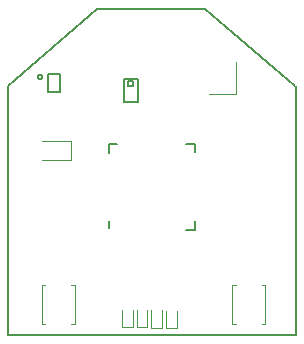
<source format=gto>
G04 #@! TF.GenerationSoftware,KiCad,Pcbnew,no-vcs-found-96b3286~58~ubuntu16.10.1*
G04 #@! TF.CreationDate,2017-03-05T12:49:51+01:00*
G04 #@! TF.ProjectId,cc2538module,6363323533386D6F64756C652E6B6963,rev?*
G04 #@! TF.FileFunction,Legend,Top*
G04 #@! TF.FilePolarity,Positive*
%FSLAX46Y46*%
G04 Gerber Fmt 4.6, Leading zero omitted, Abs format (unit mm)*
G04 Created by KiCad (PCBNEW no-vcs-found-96b3286~58~ubuntu16.10.1) date Sun Mar  5 12:49:51 2017*
%MOMM*%
%LPD*%
G01*
G04 APERTURE LIST*
%ADD10C,0.150000*%
%ADD11C,0.120000*%
G04 APERTURE END LIST*
D10*
X78414174Y-78885224D02*
X102794174Y-78885224D01*
X102794174Y-78885224D02*
X102794174Y-57805224D01*
X102694174Y-57805224D02*
X95104174Y-51275224D01*
X95104174Y-51275224D02*
X85904174Y-51275224D01*
X85904174Y-51275224D02*
X78414174Y-57805224D01*
X78414174Y-57805224D02*
X78414174Y-78885224D01*
X78414174Y-57805224D02*
X78414174Y-78885224D01*
X85904174Y-51275224D02*
X78414174Y-57805224D01*
X95104174Y-51275224D02*
X85904174Y-51275224D01*
X102694174Y-57805224D02*
X95104174Y-51275224D01*
X102794174Y-78885224D02*
X102794174Y-57805224D01*
X78414174Y-78885224D02*
X102794174Y-78885224D01*
X78414174Y-78885224D02*
X102794174Y-78885224D01*
X102794174Y-78885224D02*
X102794174Y-57805224D01*
X102694174Y-57805224D02*
X95104174Y-51275224D01*
X95104174Y-51275224D02*
X85904174Y-51275224D01*
X85904174Y-51275224D02*
X78414174Y-57805224D01*
X78414174Y-57805224D02*
X78414174Y-78885224D01*
D11*
X89300000Y-78250000D02*
X89300000Y-76800000D01*
X90200000Y-78250000D02*
X90200000Y-76800000D01*
X89300000Y-78250000D02*
X90200000Y-78250000D01*
D10*
X78414174Y-57805224D02*
X78414174Y-78885224D01*
X85904174Y-51275224D02*
X78414174Y-57805224D01*
X95104174Y-51275224D02*
X85904174Y-51275224D01*
X102694174Y-57805224D02*
X95104174Y-51275224D01*
X102794174Y-78885224D02*
X102794174Y-57805224D01*
X78414174Y-78885224D02*
X102794174Y-78885224D01*
D11*
X88050000Y-78250000D02*
X88950000Y-78250000D01*
X88950000Y-78250000D02*
X88950000Y-76800000D01*
X88050000Y-78250000D02*
X88050000Y-76800000D01*
X90550000Y-78260000D02*
X90550000Y-76810000D01*
X91450000Y-78260000D02*
X91450000Y-76810000D01*
X90550000Y-78260000D02*
X91450000Y-78260000D01*
X91800000Y-78290000D02*
X92700000Y-78290000D01*
X92700000Y-78290000D02*
X92700000Y-76840000D01*
X91800000Y-78290000D02*
X91800000Y-76840000D01*
X99870440Y-77928000D02*
X100170440Y-77928000D01*
X100170440Y-77928000D02*
X100170440Y-74628000D01*
X100170440Y-74628000D02*
X99870440Y-74628000D01*
X97670440Y-77928000D02*
X97370440Y-77928000D01*
X97370440Y-77928000D02*
X97370440Y-74628000D01*
X97370440Y-74628000D02*
X97670440Y-74628000D01*
X81277000Y-74628000D02*
X81577000Y-74628000D01*
X81277000Y-77928000D02*
X81277000Y-74628000D01*
X81577000Y-77928000D02*
X81277000Y-77928000D01*
X84077000Y-74628000D02*
X83777000Y-74628000D01*
X84077000Y-77928000D02*
X84077000Y-74628000D01*
X83777000Y-77928000D02*
X84077000Y-77928000D01*
X83717928Y-62508560D02*
X81317928Y-62508560D01*
X83717928Y-64108560D02*
X83717928Y-62508560D01*
X81317928Y-64108560D02*
X83717928Y-64108560D01*
X97737973Y-58477713D02*
X97737973Y-55777713D01*
X95437973Y-58477713D02*
X97737973Y-58477713D01*
D10*
X86963000Y-62700920D02*
X87663000Y-62700920D01*
X93513000Y-62700920D02*
X94263000Y-62700920D01*
X86963000Y-62700920D02*
X86963000Y-63450920D01*
X94263000Y-62700920D02*
X94263000Y-63400920D01*
X94263000Y-70000920D02*
X94263000Y-69250920D01*
X86963000Y-69850920D02*
X86963000Y-69250920D01*
X93513000Y-70000920D02*
X94263000Y-70000920D01*
X89000000Y-57800000D02*
X89000000Y-57400000D01*
X89000000Y-57400000D02*
X88600000Y-57400000D01*
X88600000Y-57400000D02*
X88600000Y-57800000D01*
X88600000Y-57800000D02*
X89000000Y-57800000D01*
X88200000Y-57200000D02*
X89400000Y-57200000D01*
X89400000Y-57200000D02*
X89400000Y-59200000D01*
X89400000Y-59200000D02*
X88200000Y-59200000D01*
X88200000Y-59200000D02*
X88200000Y-57200000D01*
X81320000Y-57040000D02*
G75*
G03X81320000Y-57040000I-200000J0D01*
G01*
X81820000Y-58290000D02*
X82820000Y-58290000D01*
X82820000Y-58290000D02*
X82820000Y-56790000D01*
X82820000Y-56790000D02*
X81820000Y-56790000D01*
X81820000Y-56790000D02*
X81820000Y-58290000D01*
M02*

</source>
